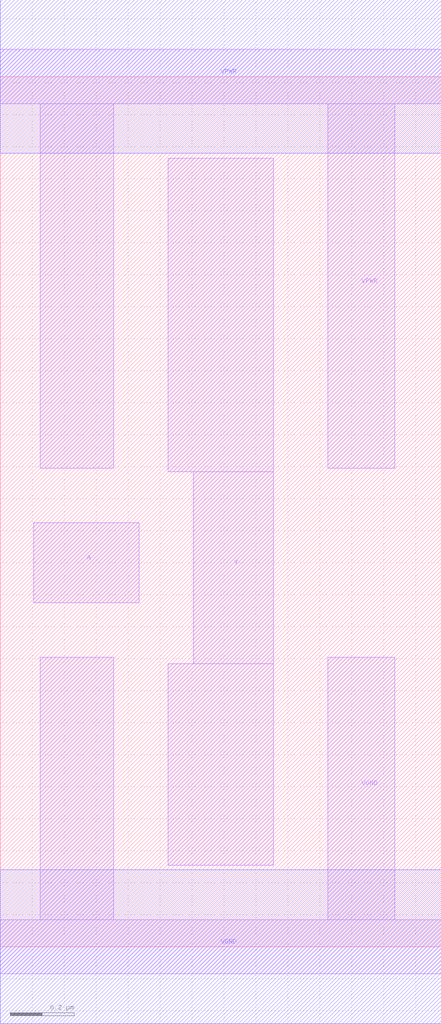
<source format=lef>
# Copyright 2020 The SkyWater PDK Authors
#
# Licensed under the Apache License, Version 2.0 (the "License");
# you may not use this file except in compliance with the License.
# You may obtain a copy of the License at
#
#     https://www.apache.org/licenses/LICENSE-2.0
#
# Unless required by applicable law or agreed to in writing, software
# distributed under the License is distributed on an "AS IS" BASIS,
# WITHOUT WARRANTIES OR CONDITIONS OF ANY KIND, either express or implied.
# See the License for the specific language governing permissions and
# limitations under the License.
#
# SPDX-License-Identifier: Apache-2.0

VERSION 5.5 ;
NAMESCASESENSITIVE ON ;
BUSBITCHARS "[]" ;
DIVIDERCHAR "/" ;
MACRO sky130_fd_sc_hd__inv_2
  CLASS CORE ;
  SOURCE USER ;
  ORIGIN  0.000000  0.000000 ;
  SIZE  1.380000 BY  2.720000 ;
  SYMMETRY X Y R90 ;
  SITE unithd ;
  PIN A
    ANTENNAGATEAREA  0.495000 ;
    DIRECTION INPUT ;
    USE SIGNAL ;
    PORT
      LAYER li1 ;
        RECT 0.105000 1.075000 0.435000 1.325000 ;
    END
  END A
  PIN Y
    ANTENNADIFFAREA  0.445500 ;
    DIRECTION OUTPUT ;
    USE SIGNAL ;
    PORT
      LAYER li1 ;
        RECT 0.525000 0.255000 0.855000 0.885000 ;
        RECT 0.525000 1.485000 0.855000 2.465000 ;
        RECT 0.605000 0.885000 0.855000 1.485000 ;
    END
  END Y
  PIN VGND
    DIRECTION INOUT ;
    SHAPE ABUTMENT ;
    USE GROUND ;
    PORT
      LAYER li1 ;
        RECT 0.000000 -0.085000 1.380000 0.085000 ;
        RECT 0.125000  0.085000 0.355000 0.905000 ;
        RECT 1.025000  0.085000 1.235000 0.905000 ;
    END
    PORT
      LAYER met1 ;
        RECT 0.000000 -0.240000 1.380000 0.240000 ;
    END
  END VGND
  PIN VPWR
    DIRECTION INOUT ;
    SHAPE ABUTMENT ;
    USE POWER ;
    PORT
      LAYER li1 ;
        RECT 0.000000 2.635000 1.380000 2.805000 ;
        RECT 0.125000 1.495000 0.355000 2.635000 ;
        RECT 1.025000 1.495000 1.235000 2.635000 ;
    END
    PORT
      LAYER met1 ;
        RECT 0.000000 2.480000 1.380000 2.960000 ;
    END
  END VPWR
  OBS
  END
END sky130_fd_sc_hd__inv_2

</source>
